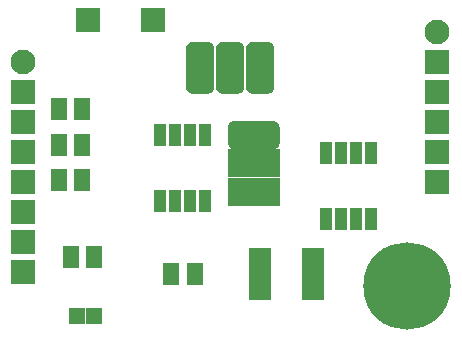
<source format=gbr>
G04 #@! TF.GenerationSoftware,KiCad,Pcbnew,(5.0.0)*
G04 #@! TF.CreationDate,2019-03-01T10:22:15+03:00*
G04 #@! TF.ProjectId,module,6D6F64756C652E6B696361645F706362,rev?*
G04 #@! TF.SameCoordinates,Original*
G04 #@! TF.FileFunction,Soldermask,Top*
G04 #@! TF.FilePolarity,Negative*
%FSLAX46Y46*%
G04 Gerber Fmt 4.6, Leading zero omitted, Abs format (unit mm)*
G04 Created by KiCad (PCBNEW (5.0.0)) date 03/01/19 10:22:15*
%MOMM*%
%LPD*%
G01*
G04 APERTURE LIST*
%ADD10R,1.009600X1.873200*%
%ADD11R,1.900000X4.400000*%
%ADD12R,1.400000X1.900000*%
%ADD13C,2.100000*%
%ADD14R,2.100000X2.100000*%
%ADD15C,7.400000*%
%ADD16C,0.100000*%
%ADD17C,2.400000*%
%ADD18R,4.400000X2.400000*%
%ADD19R,1.400000X1.400000*%
G04 APERTURE END LIST*
D10*
G04 #@! TO.C,VT2*
X211095000Y-87794000D03*
X212365000Y-87794000D03*
X213635000Y-87794000D03*
X214905000Y-87794000D03*
X214905000Y-82206000D03*
X213635000Y-82206000D03*
X212365000Y-82206000D03*
X211095000Y-82206000D03*
G04 #@! TD*
D11*
G04 #@! TO.C,C3*
X224000000Y-94000000D03*
X219500000Y-94000000D03*
G04 #@! TD*
D12*
G04 #@! TO.C,R1*
X204500000Y-86000000D03*
X202500000Y-86000000D03*
G04 #@! TD*
G04 #@! TO.C,R2*
X202500000Y-83000000D03*
X204500000Y-83000000D03*
G04 #@! TD*
D10*
G04 #@! TO.C,VT1*
X225095000Y-83706000D03*
X226365000Y-83706000D03*
X227635000Y-83706000D03*
X228905000Y-83706000D03*
X228905000Y-89294000D03*
X227635000Y-89294000D03*
X226365000Y-89294000D03*
X225095000Y-89294000D03*
G04 #@! TD*
D13*
G04 #@! TO.C,XP1*
X199500000Y-76000000D03*
D14*
X199500000Y-78540000D03*
X199500000Y-81080000D03*
X199500000Y-83620000D03*
X199500000Y-86160000D03*
X199500000Y-88700000D03*
X199500000Y-91240000D03*
X199500000Y-93780000D03*
G04 #@! TD*
D13*
G04 #@! TO.C,XP2*
X234500000Y-73500000D03*
D14*
X234500000Y-76040000D03*
X234500000Y-78580000D03*
X234500000Y-81120000D03*
X234500000Y-83660000D03*
X234500000Y-86200000D03*
G04 #@! TD*
G04 #@! TO.C,FU1*
X210500000Y-72500000D03*
X205000000Y-72500000D03*
G04 #@! TD*
D12*
G04 #@! TO.C,R3*
X204500000Y-80000000D03*
X202500000Y-80000000D03*
G04 #@! TD*
G04 #@! TO.C,R4*
X212000000Y-94000000D03*
X214000000Y-94000000D03*
G04 #@! TD*
D15*
G04 #@! TO.C,rM3*
X232000000Y-95000000D03*
G04 #@! TD*
D16*
G04 #@! TO.C,VT3*
G36*
X215118810Y-74302889D02*
X215177054Y-74311529D01*
X215234171Y-74325836D01*
X215289610Y-74345672D01*
X215342838Y-74370847D01*
X215393342Y-74401118D01*
X215440636Y-74436194D01*
X215484264Y-74475736D01*
X215523806Y-74519364D01*
X215558882Y-74566658D01*
X215589153Y-74617162D01*
X215614328Y-74670390D01*
X215634164Y-74725829D01*
X215648471Y-74782946D01*
X215657111Y-74841190D01*
X215660000Y-74900000D01*
X215660000Y-78100000D01*
X215657111Y-78158810D01*
X215648471Y-78217054D01*
X215634164Y-78274171D01*
X215614328Y-78329610D01*
X215589153Y-78382838D01*
X215558882Y-78433342D01*
X215523806Y-78480636D01*
X215484264Y-78524264D01*
X215440636Y-78563806D01*
X215393342Y-78598882D01*
X215342838Y-78629153D01*
X215289610Y-78654328D01*
X215234171Y-78674164D01*
X215177054Y-78688471D01*
X215118810Y-78697111D01*
X215060000Y-78700000D01*
X213860000Y-78700000D01*
X213801190Y-78697111D01*
X213742946Y-78688471D01*
X213685829Y-78674164D01*
X213630390Y-78654328D01*
X213577162Y-78629153D01*
X213526658Y-78598882D01*
X213479364Y-78563806D01*
X213435736Y-78524264D01*
X213396194Y-78480636D01*
X213361118Y-78433342D01*
X213330847Y-78382838D01*
X213305672Y-78329610D01*
X213285836Y-78274171D01*
X213271529Y-78217054D01*
X213262889Y-78158810D01*
X213260000Y-78100000D01*
X213260000Y-74900000D01*
X213262889Y-74841190D01*
X213271529Y-74782946D01*
X213285836Y-74725829D01*
X213305672Y-74670390D01*
X213330847Y-74617162D01*
X213361118Y-74566658D01*
X213396194Y-74519364D01*
X213435736Y-74475736D01*
X213479364Y-74436194D01*
X213526658Y-74401118D01*
X213577162Y-74370847D01*
X213630390Y-74345672D01*
X213685829Y-74325836D01*
X213742946Y-74311529D01*
X213801190Y-74302889D01*
X213860000Y-74300000D01*
X215060000Y-74300000D01*
X215118810Y-74302889D01*
X215118810Y-74302889D01*
G37*
D17*
X214460000Y-76500000D03*
D16*
G36*
X217658810Y-74302889D02*
X217717054Y-74311529D01*
X217774171Y-74325836D01*
X217829610Y-74345672D01*
X217882838Y-74370847D01*
X217933342Y-74401118D01*
X217980636Y-74436194D01*
X218024264Y-74475736D01*
X218063806Y-74519364D01*
X218098882Y-74566658D01*
X218129153Y-74617162D01*
X218154328Y-74670390D01*
X218174164Y-74725829D01*
X218188471Y-74782946D01*
X218197111Y-74841190D01*
X218200000Y-74900000D01*
X218200000Y-78100000D01*
X218197111Y-78158810D01*
X218188471Y-78217054D01*
X218174164Y-78274171D01*
X218154328Y-78329610D01*
X218129153Y-78382838D01*
X218098882Y-78433342D01*
X218063806Y-78480636D01*
X218024264Y-78524264D01*
X217980636Y-78563806D01*
X217933342Y-78598882D01*
X217882838Y-78629153D01*
X217829610Y-78654328D01*
X217774171Y-78674164D01*
X217717054Y-78688471D01*
X217658810Y-78697111D01*
X217600000Y-78700000D01*
X216400000Y-78700000D01*
X216341190Y-78697111D01*
X216282946Y-78688471D01*
X216225829Y-78674164D01*
X216170390Y-78654328D01*
X216117162Y-78629153D01*
X216066658Y-78598882D01*
X216019364Y-78563806D01*
X215975736Y-78524264D01*
X215936194Y-78480636D01*
X215901118Y-78433342D01*
X215870847Y-78382838D01*
X215845672Y-78329610D01*
X215825836Y-78274171D01*
X215811529Y-78217054D01*
X215802889Y-78158810D01*
X215800000Y-78100000D01*
X215800000Y-74900000D01*
X215802889Y-74841190D01*
X215811529Y-74782946D01*
X215825836Y-74725829D01*
X215845672Y-74670390D01*
X215870847Y-74617162D01*
X215901118Y-74566658D01*
X215936194Y-74519364D01*
X215975736Y-74475736D01*
X216019364Y-74436194D01*
X216066658Y-74401118D01*
X216117162Y-74370847D01*
X216170390Y-74345672D01*
X216225829Y-74325836D01*
X216282946Y-74311529D01*
X216341190Y-74302889D01*
X216400000Y-74300000D01*
X217600000Y-74300000D01*
X217658810Y-74302889D01*
X217658810Y-74302889D01*
G37*
D17*
X217000000Y-76500000D03*
D16*
G36*
X220198810Y-74302889D02*
X220257054Y-74311529D01*
X220314171Y-74325836D01*
X220369610Y-74345672D01*
X220422838Y-74370847D01*
X220473342Y-74401118D01*
X220520636Y-74436194D01*
X220564264Y-74475736D01*
X220603806Y-74519364D01*
X220638882Y-74566658D01*
X220669153Y-74617162D01*
X220694328Y-74670390D01*
X220714164Y-74725829D01*
X220728471Y-74782946D01*
X220737111Y-74841190D01*
X220740000Y-74900000D01*
X220740000Y-78100000D01*
X220737111Y-78158810D01*
X220728471Y-78217054D01*
X220714164Y-78274171D01*
X220694328Y-78329610D01*
X220669153Y-78382838D01*
X220638882Y-78433342D01*
X220603806Y-78480636D01*
X220564264Y-78524264D01*
X220520636Y-78563806D01*
X220473342Y-78598882D01*
X220422838Y-78629153D01*
X220369610Y-78654328D01*
X220314171Y-78674164D01*
X220257054Y-78688471D01*
X220198810Y-78697111D01*
X220140000Y-78700000D01*
X218940000Y-78700000D01*
X218881190Y-78697111D01*
X218822946Y-78688471D01*
X218765829Y-78674164D01*
X218710390Y-78654328D01*
X218657162Y-78629153D01*
X218606658Y-78598882D01*
X218559364Y-78563806D01*
X218515736Y-78524264D01*
X218476194Y-78480636D01*
X218441118Y-78433342D01*
X218410847Y-78382838D01*
X218385672Y-78329610D01*
X218365836Y-78274171D01*
X218351529Y-78217054D01*
X218342889Y-78158810D01*
X218340000Y-78100000D01*
X218340000Y-74900000D01*
X218342889Y-74841190D01*
X218351529Y-74782946D01*
X218365836Y-74725829D01*
X218385672Y-74670390D01*
X218410847Y-74617162D01*
X218441118Y-74566658D01*
X218476194Y-74519364D01*
X218515736Y-74475736D01*
X218559364Y-74436194D01*
X218606658Y-74401118D01*
X218657162Y-74370847D01*
X218710390Y-74345672D01*
X218765829Y-74325836D01*
X218822946Y-74311529D01*
X218881190Y-74302889D01*
X218940000Y-74300000D01*
X220140000Y-74300000D01*
X220198810Y-74302889D01*
X220198810Y-74302889D01*
G37*
D17*
X219540000Y-76500000D03*
G04 #@! TD*
D16*
G04 #@! TO.C,VT4*
G36*
X220658810Y-81002889D02*
X220717054Y-81011529D01*
X220774171Y-81025836D01*
X220829610Y-81045672D01*
X220882838Y-81070847D01*
X220933342Y-81101118D01*
X220980636Y-81136194D01*
X221024264Y-81175736D01*
X221063806Y-81219364D01*
X221098882Y-81266658D01*
X221129153Y-81317162D01*
X221154328Y-81370390D01*
X221174164Y-81425829D01*
X221188471Y-81482946D01*
X221197111Y-81541190D01*
X221200000Y-81600000D01*
X221200000Y-82800000D01*
X221197111Y-82858810D01*
X221188471Y-82917054D01*
X221174164Y-82974171D01*
X221154328Y-83029610D01*
X221129153Y-83082838D01*
X221098882Y-83133342D01*
X221063806Y-83180636D01*
X221024264Y-83224264D01*
X220980636Y-83263806D01*
X220933342Y-83298882D01*
X220882838Y-83329153D01*
X220829610Y-83354328D01*
X220774171Y-83374164D01*
X220717054Y-83388471D01*
X220658810Y-83397111D01*
X220600000Y-83400000D01*
X217400000Y-83400000D01*
X217341190Y-83397111D01*
X217282946Y-83388471D01*
X217225829Y-83374164D01*
X217170390Y-83354328D01*
X217117162Y-83329153D01*
X217066658Y-83298882D01*
X217019364Y-83263806D01*
X216975736Y-83224264D01*
X216936194Y-83180636D01*
X216901118Y-83133342D01*
X216870847Y-83082838D01*
X216845672Y-83029610D01*
X216825836Y-82974171D01*
X216811529Y-82917054D01*
X216802889Y-82858810D01*
X216800000Y-82800000D01*
X216800000Y-81600000D01*
X216802889Y-81541190D01*
X216811529Y-81482946D01*
X216825836Y-81425829D01*
X216845672Y-81370390D01*
X216870847Y-81317162D01*
X216901118Y-81266658D01*
X216936194Y-81219364D01*
X216975736Y-81175736D01*
X217019364Y-81136194D01*
X217066658Y-81101118D01*
X217117162Y-81070847D01*
X217170390Y-81045672D01*
X217225829Y-81025836D01*
X217282946Y-81011529D01*
X217341190Y-81002889D01*
X217400000Y-81000000D01*
X220600000Y-81000000D01*
X220658810Y-81002889D01*
X220658810Y-81002889D01*
G37*
D17*
X219000000Y-82200000D03*
D18*
X219000000Y-84600000D03*
X219000000Y-87000000D03*
G04 #@! TD*
D19*
G04 #@! TO.C,HL1*
X205500000Y-97500000D03*
X204000000Y-97500000D03*
G04 #@! TD*
D12*
G04 #@! TO.C,R5*
X205500000Y-92500000D03*
X203500000Y-92500000D03*
G04 #@! TD*
M02*

</source>
